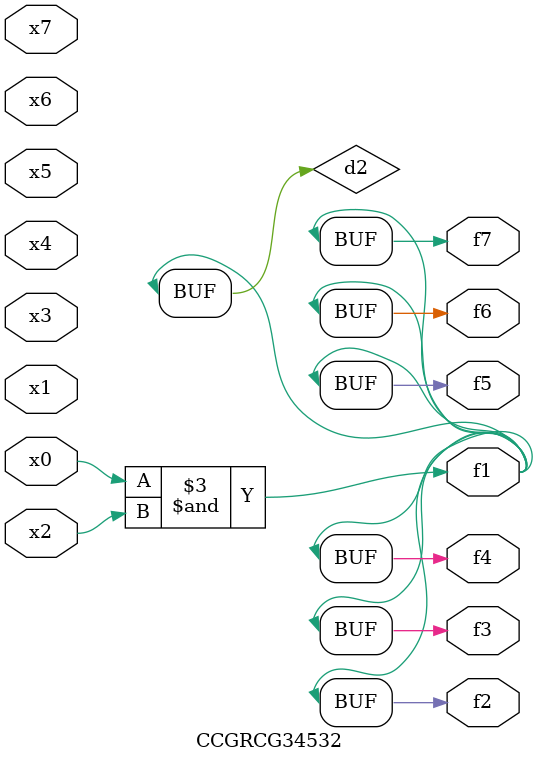
<source format=v>
module CCGRCG34532(
	input x0, x1, x2, x3, x4, x5, x6, x7,
	output f1, f2, f3, f4, f5, f6, f7
);

	wire d1, d2;

	nor (d1, x3, x6);
	and (d2, x0, x2);
	assign f1 = d2;
	assign f2 = d2;
	assign f3 = d2;
	assign f4 = d2;
	assign f5 = d2;
	assign f6 = d2;
	assign f7 = d2;
endmodule

</source>
